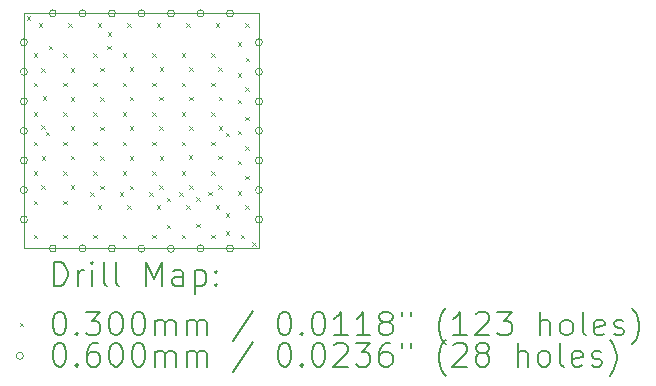
<source format=gbr>
%TF.GenerationSoftware,KiCad,Pcbnew,9.0.0*%
%TF.CreationDate,2025-03-15T13:03:48+01:00*%
%TF.ProjectId,snowpixel,736e6f77-7069-4786-956c-2e6b69636164,rev?*%
%TF.SameCoordinates,Original*%
%TF.FileFunction,Drillmap*%
%TF.FilePolarity,Positive*%
%FSLAX45Y45*%
G04 Gerber Fmt 4.5, Leading zero omitted, Abs format (unit mm)*
G04 Created by KiCad (PCBNEW 9.0.0) date 2025-03-15 13:03:48*
%MOMM*%
%LPD*%
G01*
G04 APERTURE LIST*
%ADD10C,0.100000*%
%ADD11C,0.200000*%
G04 APERTURE END LIST*
D10*
X10840000Y-5025000D02*
X12830000Y-5025000D01*
X12830000Y-7015000D01*
X10840000Y-7015000D01*
X10840000Y-5025000D01*
D11*
D10*
X10865000Y-5050000D02*
X10895000Y-5080000D01*
X10895000Y-5050000D02*
X10865000Y-5080000D01*
X10925000Y-5360000D02*
X10955000Y-5390000D01*
X10955000Y-5360000D02*
X10925000Y-5390000D01*
X10925000Y-6610000D02*
X10955000Y-6640000D01*
X10955000Y-6610000D02*
X10925000Y-6640000D01*
X10925000Y-6900000D02*
X10955000Y-6930000D01*
X10955000Y-6900000D02*
X10925000Y-6930000D01*
X10925000Y-5610000D02*
X10955000Y-5640000D01*
X10955000Y-5610000D02*
X10925000Y-5640000D01*
X10925000Y-5860000D02*
X10955000Y-5890000D01*
X10955000Y-5860000D02*
X10925000Y-5890000D01*
X10925000Y-6110000D02*
X10955000Y-6140000D01*
X10955000Y-6110000D02*
X10925000Y-6140000D01*
X10925000Y-6360000D02*
X10955000Y-6390000D01*
X10955000Y-6360000D02*
X10925000Y-6390000D01*
X10965000Y-5110000D02*
X10995000Y-5140000D01*
X10995000Y-5110000D02*
X10965000Y-5140000D01*
X10987500Y-5491120D02*
X11017500Y-5521120D01*
X11017500Y-5491120D02*
X10987500Y-5521120D01*
X10987500Y-5972500D02*
X11017500Y-6002500D01*
X11017500Y-5972500D02*
X10987500Y-6002500D01*
X10988240Y-6479180D02*
X11018240Y-6509180D01*
X11018240Y-6479180D02*
X10988240Y-6509180D01*
X10990000Y-6232800D02*
X11020000Y-6262800D01*
X11020000Y-6232800D02*
X10990000Y-6262800D01*
X11000000Y-5725000D02*
X11030000Y-5755000D01*
X11030000Y-5725000D02*
X11000000Y-5755000D01*
X11023499Y-6027347D02*
X11053499Y-6057347D01*
X11053499Y-6027347D02*
X11023499Y-6057347D01*
X11050000Y-5300000D02*
X11080000Y-5330000D01*
X11080000Y-5300000D02*
X11050000Y-5330000D01*
X11175000Y-5360000D02*
X11205000Y-5390000D01*
X11205000Y-5360000D02*
X11175000Y-5390000D01*
X11175000Y-5610000D02*
X11205000Y-5640000D01*
X11205000Y-5610000D02*
X11175000Y-5640000D01*
X11175000Y-6900000D02*
X11205000Y-6930000D01*
X11205000Y-6900000D02*
X11175000Y-6930000D01*
X11175000Y-5860000D02*
X11205000Y-5890000D01*
X11205000Y-5860000D02*
X11175000Y-5890000D01*
X11175000Y-6110000D02*
X11205000Y-6140000D01*
X11205000Y-6110000D02*
X11175000Y-6140000D01*
X11175000Y-6360000D02*
X11205000Y-6390000D01*
X11205000Y-6360000D02*
X11175000Y-6390000D01*
X11175000Y-6610000D02*
X11205000Y-6640000D01*
X11205000Y-6610000D02*
X11175000Y-6640000D01*
X11215000Y-5110000D02*
X11245000Y-5140000D01*
X11245000Y-5110000D02*
X11215000Y-5140000D01*
X11237160Y-5488580D02*
X11267160Y-5518580D01*
X11267160Y-5488580D02*
X11237160Y-5518580D01*
X11237160Y-5734960D02*
X11267160Y-5764960D01*
X11267160Y-5734960D02*
X11237160Y-5764960D01*
X11237160Y-5981340D02*
X11267160Y-6011340D01*
X11267160Y-5981340D02*
X11237160Y-6011340D01*
X11237160Y-6230260D02*
X11267160Y-6260260D01*
X11267160Y-6230260D02*
X11237160Y-6260260D01*
X11237160Y-6481720D02*
X11267160Y-6511720D01*
X11267160Y-6481720D02*
X11237160Y-6511720D01*
X11400000Y-6537061D02*
X11430000Y-6567061D01*
X11430000Y-6537061D02*
X11400000Y-6567061D01*
X11425000Y-5360000D02*
X11455000Y-5390000D01*
X11455000Y-5360000D02*
X11425000Y-5390000D01*
X11425000Y-5860000D02*
X11455000Y-5890000D01*
X11455000Y-5860000D02*
X11425000Y-5890000D01*
X11425000Y-6900000D02*
X11455000Y-6930000D01*
X11455000Y-6900000D02*
X11425000Y-6930000D01*
X11425000Y-5610000D02*
X11455000Y-5640000D01*
X11455000Y-5610000D02*
X11425000Y-5640000D01*
X11425000Y-6110000D02*
X11455000Y-6140000D01*
X11455000Y-6110000D02*
X11425000Y-6140000D01*
X11425000Y-6360000D02*
X11455000Y-6390000D01*
X11455000Y-6360000D02*
X11425000Y-6390000D01*
X11465000Y-5110000D02*
X11495000Y-5140000D01*
X11495000Y-5110000D02*
X11465000Y-5140000D01*
X11465000Y-6650000D02*
X11495000Y-6680000D01*
X11495000Y-6650000D02*
X11465000Y-6680000D01*
X11488620Y-5483500D02*
X11518620Y-5513500D01*
X11518620Y-5483500D02*
X11488620Y-5513500D01*
X11488620Y-5732420D02*
X11518620Y-5762420D01*
X11518620Y-5732420D02*
X11488620Y-5762420D01*
X11488620Y-5983880D02*
X11518620Y-6013880D01*
X11518620Y-5983880D02*
X11488620Y-6013880D01*
X11488620Y-6232800D02*
X11518620Y-6262800D01*
X11518620Y-6232800D02*
X11488620Y-6262800D01*
X11488620Y-6484260D02*
X11518620Y-6514260D01*
X11518620Y-6484260D02*
X11488620Y-6514260D01*
X11545969Y-5297500D02*
X11575969Y-5327500D01*
X11575969Y-5297500D02*
X11545969Y-5327500D01*
X11550000Y-5182500D02*
X11580000Y-5212500D01*
X11580000Y-5182500D02*
X11550000Y-5212500D01*
X11650000Y-6538141D02*
X11680000Y-6568141D01*
X11680000Y-6538141D02*
X11650000Y-6568141D01*
X11675000Y-5610000D02*
X11705000Y-5640000D01*
X11705000Y-5610000D02*
X11675000Y-5640000D01*
X11675000Y-6360000D02*
X11705000Y-6390000D01*
X11705000Y-6360000D02*
X11675000Y-6390000D01*
X11675000Y-5360000D02*
X11705000Y-5390000D01*
X11705000Y-5360000D02*
X11675000Y-5390000D01*
X11675000Y-5860000D02*
X11705000Y-5890000D01*
X11705000Y-5860000D02*
X11675000Y-5890000D01*
X11675000Y-6110000D02*
X11705000Y-6140000D01*
X11705000Y-6110000D02*
X11675000Y-6140000D01*
X11675000Y-6900000D02*
X11705000Y-6930000D01*
X11705000Y-6900000D02*
X11675000Y-6930000D01*
X11715000Y-5110000D02*
X11745000Y-5140000D01*
X11745000Y-5110000D02*
X11715000Y-5140000D01*
X11715000Y-6650000D02*
X11745000Y-6680000D01*
X11745000Y-6650000D02*
X11715000Y-6680000D01*
X11737540Y-5480960D02*
X11767540Y-5510960D01*
X11767540Y-5480960D02*
X11737540Y-5510960D01*
X11737540Y-5729880D02*
X11767540Y-5759880D01*
X11767540Y-5729880D02*
X11737540Y-5759880D01*
X11737540Y-5978800D02*
X11767540Y-6008800D01*
X11767540Y-5978800D02*
X11737540Y-6008800D01*
X11737540Y-6232800D02*
X11767540Y-6262800D01*
X11767540Y-6232800D02*
X11737540Y-6262800D01*
X11737540Y-6484260D02*
X11767540Y-6514260D01*
X11767540Y-6484260D02*
X11737540Y-6514260D01*
X11900000Y-6536681D02*
X11930000Y-6566681D01*
X11930000Y-6536681D02*
X11900000Y-6566681D01*
X11925000Y-5360000D02*
X11955000Y-5390000D01*
X11955000Y-5360000D02*
X11925000Y-5390000D01*
X11925000Y-5610000D02*
X11955000Y-5640000D01*
X11955000Y-5610000D02*
X11925000Y-5640000D01*
X11925000Y-6900000D02*
X11955000Y-6930000D01*
X11955000Y-6900000D02*
X11925000Y-6930000D01*
X11925000Y-5860000D02*
X11955000Y-5890000D01*
X11955000Y-5860000D02*
X11925000Y-5890000D01*
X11925000Y-6110000D02*
X11955000Y-6140000D01*
X11955000Y-6110000D02*
X11925000Y-6140000D01*
X11925000Y-6360000D02*
X11955000Y-6390000D01*
X11955000Y-6360000D02*
X11925000Y-6390000D01*
X11965000Y-5110000D02*
X11995000Y-5140000D01*
X11995000Y-5110000D02*
X11965000Y-5140000D01*
X11965000Y-6650000D02*
X11995000Y-6680000D01*
X11995000Y-6650000D02*
X11965000Y-6680000D01*
X11986460Y-5729880D02*
X12016460Y-5759880D01*
X12016460Y-5729880D02*
X11986460Y-5759880D01*
X11986460Y-5978800D02*
X12016460Y-6008800D01*
X12016460Y-5978800D02*
X11986460Y-6008800D01*
X11986460Y-6481720D02*
X12016460Y-6511720D01*
X12016460Y-6481720D02*
X11986460Y-6511720D01*
X11989000Y-5480960D02*
X12019000Y-5510960D01*
X12019000Y-5480960D02*
X11989000Y-5510960D01*
X11989000Y-6232800D02*
X12019000Y-6262800D01*
X12019000Y-6232800D02*
X11989000Y-6262800D01*
X12050000Y-6585000D02*
X12080000Y-6615000D01*
X12080000Y-6585000D02*
X12050000Y-6615000D01*
X12050000Y-6814000D02*
X12080000Y-6844000D01*
X12080000Y-6814000D02*
X12050000Y-6844000D01*
X12154509Y-6539731D02*
X12184509Y-6569731D01*
X12184509Y-6539731D02*
X12154509Y-6569731D01*
X12175000Y-5360000D02*
X12205000Y-5390000D01*
X12205000Y-5360000D02*
X12175000Y-5390000D01*
X12175000Y-5860000D02*
X12205000Y-5890000D01*
X12205000Y-5860000D02*
X12175000Y-5890000D01*
X12175000Y-6110000D02*
X12205000Y-6140000D01*
X12205000Y-6110000D02*
X12175000Y-6140000D01*
X12175000Y-5610000D02*
X12205000Y-5640000D01*
X12205000Y-5610000D02*
X12175000Y-5640000D01*
X12175000Y-6360000D02*
X12205000Y-6390000D01*
X12205000Y-6360000D02*
X12175000Y-6390000D01*
X12175000Y-6900000D02*
X12205000Y-6930000D01*
X12205000Y-6900000D02*
X12175000Y-6930000D01*
X12215000Y-5110000D02*
X12245000Y-5140000D01*
X12245000Y-5110000D02*
X12215000Y-5140000D01*
X12215000Y-6650000D02*
X12245000Y-6680000D01*
X12245000Y-6650000D02*
X12215000Y-6680000D01*
X12235380Y-6227720D02*
X12265380Y-6257720D01*
X12265380Y-6227720D02*
X12235380Y-6257720D01*
X12237920Y-5480960D02*
X12267920Y-5510960D01*
X12267920Y-5480960D02*
X12237920Y-5510960D01*
X12237920Y-5729880D02*
X12267920Y-5759880D01*
X12267920Y-5729880D02*
X12237920Y-5759880D01*
X12237920Y-5978800D02*
X12267920Y-6008800D01*
X12267920Y-5978800D02*
X12237920Y-6008800D01*
X12237920Y-6481720D02*
X12267920Y-6511720D01*
X12267920Y-6481720D02*
X12237920Y-6511720D01*
X12300000Y-6579000D02*
X12330000Y-6609000D01*
X12330000Y-6579000D02*
X12300000Y-6609000D01*
X12300000Y-6807000D02*
X12330000Y-6837000D01*
X12330000Y-6807000D02*
X12300000Y-6837000D01*
X12400000Y-6536301D02*
X12430000Y-6566301D01*
X12430000Y-6536301D02*
X12400000Y-6566301D01*
X12425000Y-5360000D02*
X12455000Y-5390000D01*
X12455000Y-5360000D02*
X12425000Y-5390000D01*
X12425000Y-5610000D02*
X12455000Y-5640000D01*
X12455000Y-5610000D02*
X12425000Y-5640000D01*
X12425000Y-6900000D02*
X12455000Y-6930000D01*
X12455000Y-6900000D02*
X12425000Y-6930000D01*
X12425000Y-5860000D02*
X12455000Y-5890000D01*
X12455000Y-5860000D02*
X12425000Y-5890000D01*
X12425000Y-6110000D02*
X12455000Y-6140000D01*
X12455000Y-6110000D02*
X12425000Y-6140000D01*
X12425000Y-6360000D02*
X12455000Y-6390000D01*
X12455000Y-6360000D02*
X12425000Y-6390000D01*
X12465000Y-5110000D02*
X12495000Y-5140000D01*
X12495000Y-5110000D02*
X12465000Y-5140000D01*
X12465000Y-6650000D02*
X12495000Y-6680000D01*
X12495000Y-6650000D02*
X12465000Y-6680000D01*
X12486840Y-5480960D02*
X12516840Y-5510960D01*
X12516840Y-5480960D02*
X12486840Y-5510960D01*
X12486840Y-6230260D02*
X12516840Y-6260260D01*
X12516840Y-6230260D02*
X12486840Y-6260260D01*
X12486840Y-6481720D02*
X12516840Y-6511720D01*
X12516840Y-6481720D02*
X12486840Y-6511720D01*
X12489380Y-5729880D02*
X12519380Y-5759880D01*
X12519380Y-5729880D02*
X12489380Y-5759880D01*
X12489380Y-5981340D02*
X12519380Y-6011340D01*
X12519380Y-5981340D02*
X12489380Y-6011340D01*
X12550000Y-6035000D02*
X12580000Y-6065000D01*
X12580000Y-6035000D02*
X12550000Y-6065000D01*
X12550000Y-6717940D02*
X12580000Y-6747940D01*
X12580000Y-6717940D02*
X12550000Y-6747940D01*
X12550000Y-6866920D02*
X12580000Y-6896920D01*
X12580000Y-6866920D02*
X12550000Y-6896920D01*
X12650000Y-5270000D02*
X12680000Y-5300000D01*
X12680000Y-5270000D02*
X12650000Y-5300000D01*
X12650000Y-5530000D02*
X12680000Y-5560000D01*
X12680000Y-5530000D02*
X12650000Y-5560000D01*
X12650000Y-5755000D02*
X12680000Y-5785000D01*
X12680000Y-5755000D02*
X12650000Y-5785000D01*
X12650000Y-6017500D02*
X12680000Y-6047500D01*
X12680000Y-6017500D02*
X12650000Y-6047500D01*
X12650000Y-6529980D02*
X12680000Y-6559980D01*
X12680000Y-6529980D02*
X12650000Y-6559980D01*
X12651940Y-6273440D02*
X12681940Y-6303440D01*
X12681940Y-6273440D02*
X12651940Y-6303440D01*
X12675000Y-6900000D02*
X12705000Y-6930000D01*
X12705000Y-6900000D02*
X12675000Y-6930000D01*
X12715000Y-5110000D02*
X12745000Y-5140000D01*
X12745000Y-5110000D02*
X12715000Y-5140000D01*
X12715000Y-5650000D02*
X12745000Y-5680000D01*
X12745000Y-5650000D02*
X12715000Y-5680000D01*
X12715000Y-5900000D02*
X12745000Y-5930000D01*
X12745000Y-5900000D02*
X12715000Y-5930000D01*
X12715000Y-6150000D02*
X12745000Y-6180000D01*
X12745000Y-6150000D02*
X12715000Y-6180000D01*
X12715000Y-6400000D02*
X12745000Y-6430000D01*
X12745000Y-6400000D02*
X12715000Y-6430000D01*
X12715000Y-6650000D02*
X12745000Y-6680000D01*
X12745000Y-6650000D02*
X12715000Y-6680000D01*
X12718460Y-5400000D02*
X12748460Y-5430000D01*
X12748460Y-5400000D02*
X12718460Y-5430000D01*
X12775000Y-6960000D02*
X12805000Y-6990000D01*
X12805000Y-6960000D02*
X12775000Y-6990000D01*
X10869500Y-6020000D02*
G75*
G02*
X10809500Y-6020000I-30000J0D01*
G01*
X10809500Y-6020000D02*
G75*
G02*
X10869500Y-6020000I30000J0D01*
G01*
X10870000Y-5270000D02*
G75*
G02*
X10810000Y-5270000I-30000J0D01*
G01*
X10810000Y-5270000D02*
G75*
G02*
X10870000Y-5270000I30000J0D01*
G01*
X10870000Y-5520000D02*
G75*
G02*
X10810000Y-5520000I-30000J0D01*
G01*
X10810000Y-5520000D02*
G75*
G02*
X10870000Y-5520000I30000J0D01*
G01*
X10870000Y-5770000D02*
G75*
G02*
X10810000Y-5770000I-30000J0D01*
G01*
X10810000Y-5770000D02*
G75*
G02*
X10870000Y-5770000I30000J0D01*
G01*
X10870000Y-6270000D02*
G75*
G02*
X10810000Y-6270000I-30000J0D01*
G01*
X10810000Y-6270000D02*
G75*
G02*
X10870000Y-6270000I30000J0D01*
G01*
X10870000Y-6520000D02*
G75*
G02*
X10810000Y-6520000I-30000J0D01*
G01*
X10810000Y-6520000D02*
G75*
G02*
X10870000Y-6520000I30000J0D01*
G01*
X10870000Y-6770000D02*
G75*
G02*
X10810000Y-6770000I-30000J0D01*
G01*
X10810000Y-6770000D02*
G75*
G02*
X10870000Y-6770000I30000J0D01*
G01*
X11115000Y-5025000D02*
G75*
G02*
X11055000Y-5025000I-30000J0D01*
G01*
X11055000Y-5025000D02*
G75*
G02*
X11115000Y-5025000I30000J0D01*
G01*
X11115000Y-7015000D02*
G75*
G02*
X11055000Y-7015000I-30000J0D01*
G01*
X11055000Y-7015000D02*
G75*
G02*
X11115000Y-7015000I30000J0D01*
G01*
X11365000Y-5025000D02*
G75*
G02*
X11305000Y-5025000I-30000J0D01*
G01*
X11305000Y-5025000D02*
G75*
G02*
X11365000Y-5025000I30000J0D01*
G01*
X11365000Y-7015000D02*
G75*
G02*
X11305000Y-7015000I-30000J0D01*
G01*
X11305000Y-7015000D02*
G75*
G02*
X11365000Y-7015000I30000J0D01*
G01*
X11615000Y-5025000D02*
G75*
G02*
X11555000Y-5025000I-30000J0D01*
G01*
X11555000Y-5025000D02*
G75*
G02*
X11615000Y-5025000I30000J0D01*
G01*
X11615000Y-7015000D02*
G75*
G02*
X11555000Y-7015000I-30000J0D01*
G01*
X11555000Y-7015000D02*
G75*
G02*
X11615000Y-7015000I30000J0D01*
G01*
X11865000Y-5025000D02*
G75*
G02*
X11805000Y-5025000I-30000J0D01*
G01*
X11805000Y-5025000D02*
G75*
G02*
X11865000Y-5025000I30000J0D01*
G01*
X11865000Y-7017500D02*
G75*
G02*
X11805000Y-7017500I-30000J0D01*
G01*
X11805000Y-7017500D02*
G75*
G02*
X11865000Y-7017500I30000J0D01*
G01*
X12115000Y-5025000D02*
G75*
G02*
X12055000Y-5025000I-30000J0D01*
G01*
X12055000Y-5025000D02*
G75*
G02*
X12115000Y-5025000I30000J0D01*
G01*
X12115000Y-7017977D02*
G75*
G02*
X12055000Y-7017977I-30000J0D01*
G01*
X12055000Y-7017977D02*
G75*
G02*
X12115000Y-7017977I30000J0D01*
G01*
X12365000Y-5025000D02*
G75*
G02*
X12305000Y-5025000I-30000J0D01*
G01*
X12305000Y-5025000D02*
G75*
G02*
X12365000Y-5025000I30000J0D01*
G01*
X12365000Y-7015000D02*
G75*
G02*
X12305000Y-7015000I-30000J0D01*
G01*
X12305000Y-7015000D02*
G75*
G02*
X12365000Y-7015000I30000J0D01*
G01*
X12615000Y-5025000D02*
G75*
G02*
X12555000Y-5025000I-30000J0D01*
G01*
X12555000Y-5025000D02*
G75*
G02*
X12615000Y-5025000I30000J0D01*
G01*
X12615000Y-7015000D02*
G75*
G02*
X12555000Y-7015000I-30000J0D01*
G01*
X12555000Y-7015000D02*
G75*
G02*
X12615000Y-7015000I30000J0D01*
G01*
X12860000Y-5270000D02*
G75*
G02*
X12800000Y-5270000I-30000J0D01*
G01*
X12800000Y-5270000D02*
G75*
G02*
X12860000Y-5270000I30000J0D01*
G01*
X12860000Y-5520000D02*
G75*
G02*
X12800000Y-5520000I-30000J0D01*
G01*
X12800000Y-5520000D02*
G75*
G02*
X12860000Y-5520000I30000J0D01*
G01*
X12860000Y-5770000D02*
G75*
G02*
X12800000Y-5770000I-30000J0D01*
G01*
X12800000Y-5770000D02*
G75*
G02*
X12860000Y-5770000I30000J0D01*
G01*
X12860000Y-6020000D02*
G75*
G02*
X12800000Y-6020000I-30000J0D01*
G01*
X12800000Y-6020000D02*
G75*
G02*
X12860000Y-6020000I30000J0D01*
G01*
X12860000Y-6270000D02*
G75*
G02*
X12800000Y-6270000I-30000J0D01*
G01*
X12800000Y-6270000D02*
G75*
G02*
X12860000Y-6270000I30000J0D01*
G01*
X12860000Y-6520000D02*
G75*
G02*
X12800000Y-6520000I-30000J0D01*
G01*
X12800000Y-6520000D02*
G75*
G02*
X12860000Y-6520000I30000J0D01*
G01*
X12860000Y-6770000D02*
G75*
G02*
X12800000Y-6770000I-30000J0D01*
G01*
X12800000Y-6770000D02*
G75*
G02*
X12860000Y-6770000I30000J0D01*
G01*
D11*
X11095777Y-7331484D02*
X11095777Y-7131484D01*
X11095777Y-7131484D02*
X11143396Y-7131484D01*
X11143396Y-7131484D02*
X11171967Y-7141008D01*
X11171967Y-7141008D02*
X11191015Y-7160055D01*
X11191015Y-7160055D02*
X11200539Y-7179103D01*
X11200539Y-7179103D02*
X11210062Y-7217198D01*
X11210062Y-7217198D02*
X11210062Y-7245769D01*
X11210062Y-7245769D02*
X11200539Y-7283865D01*
X11200539Y-7283865D02*
X11191015Y-7302912D01*
X11191015Y-7302912D02*
X11171967Y-7321960D01*
X11171967Y-7321960D02*
X11143396Y-7331484D01*
X11143396Y-7331484D02*
X11095777Y-7331484D01*
X11295777Y-7331484D02*
X11295777Y-7198150D01*
X11295777Y-7236246D02*
X11305301Y-7217198D01*
X11305301Y-7217198D02*
X11314824Y-7207674D01*
X11314824Y-7207674D02*
X11333872Y-7198150D01*
X11333872Y-7198150D02*
X11352920Y-7198150D01*
X11419586Y-7331484D02*
X11419586Y-7198150D01*
X11419586Y-7131484D02*
X11410062Y-7141008D01*
X11410062Y-7141008D02*
X11419586Y-7150531D01*
X11419586Y-7150531D02*
X11429110Y-7141008D01*
X11429110Y-7141008D02*
X11419586Y-7131484D01*
X11419586Y-7131484D02*
X11419586Y-7150531D01*
X11543396Y-7331484D02*
X11524348Y-7321960D01*
X11524348Y-7321960D02*
X11514824Y-7302912D01*
X11514824Y-7302912D02*
X11514824Y-7131484D01*
X11648158Y-7331484D02*
X11629110Y-7321960D01*
X11629110Y-7321960D02*
X11619586Y-7302912D01*
X11619586Y-7302912D02*
X11619586Y-7131484D01*
X11876729Y-7331484D02*
X11876729Y-7131484D01*
X11876729Y-7131484D02*
X11943396Y-7274341D01*
X11943396Y-7274341D02*
X12010062Y-7131484D01*
X12010062Y-7131484D02*
X12010062Y-7331484D01*
X12191015Y-7331484D02*
X12191015Y-7226722D01*
X12191015Y-7226722D02*
X12181491Y-7207674D01*
X12181491Y-7207674D02*
X12162443Y-7198150D01*
X12162443Y-7198150D02*
X12124348Y-7198150D01*
X12124348Y-7198150D02*
X12105301Y-7207674D01*
X12191015Y-7321960D02*
X12171967Y-7331484D01*
X12171967Y-7331484D02*
X12124348Y-7331484D01*
X12124348Y-7331484D02*
X12105301Y-7321960D01*
X12105301Y-7321960D02*
X12095777Y-7302912D01*
X12095777Y-7302912D02*
X12095777Y-7283865D01*
X12095777Y-7283865D02*
X12105301Y-7264817D01*
X12105301Y-7264817D02*
X12124348Y-7255293D01*
X12124348Y-7255293D02*
X12171967Y-7255293D01*
X12171967Y-7255293D02*
X12191015Y-7245769D01*
X12286253Y-7198150D02*
X12286253Y-7398150D01*
X12286253Y-7207674D02*
X12305301Y-7198150D01*
X12305301Y-7198150D02*
X12343396Y-7198150D01*
X12343396Y-7198150D02*
X12362443Y-7207674D01*
X12362443Y-7207674D02*
X12371967Y-7217198D01*
X12371967Y-7217198D02*
X12381491Y-7236246D01*
X12381491Y-7236246D02*
X12381491Y-7293388D01*
X12381491Y-7293388D02*
X12371967Y-7312436D01*
X12371967Y-7312436D02*
X12362443Y-7321960D01*
X12362443Y-7321960D02*
X12343396Y-7331484D01*
X12343396Y-7331484D02*
X12305301Y-7331484D01*
X12305301Y-7331484D02*
X12286253Y-7321960D01*
X12467205Y-7312436D02*
X12476729Y-7321960D01*
X12476729Y-7321960D02*
X12467205Y-7331484D01*
X12467205Y-7331484D02*
X12457682Y-7321960D01*
X12457682Y-7321960D02*
X12467205Y-7312436D01*
X12467205Y-7312436D02*
X12467205Y-7331484D01*
X12467205Y-7207674D02*
X12476729Y-7217198D01*
X12476729Y-7217198D02*
X12467205Y-7226722D01*
X12467205Y-7226722D02*
X12457682Y-7217198D01*
X12457682Y-7217198D02*
X12467205Y-7207674D01*
X12467205Y-7207674D02*
X12467205Y-7226722D01*
D10*
X10805000Y-7645000D02*
X10835000Y-7675000D01*
X10835000Y-7645000D02*
X10805000Y-7675000D01*
D11*
X11133872Y-7551484D02*
X11152920Y-7551484D01*
X11152920Y-7551484D02*
X11171967Y-7561008D01*
X11171967Y-7561008D02*
X11181491Y-7570531D01*
X11181491Y-7570531D02*
X11191015Y-7589579D01*
X11191015Y-7589579D02*
X11200539Y-7627674D01*
X11200539Y-7627674D02*
X11200539Y-7675293D01*
X11200539Y-7675293D02*
X11191015Y-7713388D01*
X11191015Y-7713388D02*
X11181491Y-7732436D01*
X11181491Y-7732436D02*
X11171967Y-7741960D01*
X11171967Y-7741960D02*
X11152920Y-7751484D01*
X11152920Y-7751484D02*
X11133872Y-7751484D01*
X11133872Y-7751484D02*
X11114824Y-7741960D01*
X11114824Y-7741960D02*
X11105301Y-7732436D01*
X11105301Y-7732436D02*
X11095777Y-7713388D01*
X11095777Y-7713388D02*
X11086253Y-7675293D01*
X11086253Y-7675293D02*
X11086253Y-7627674D01*
X11086253Y-7627674D02*
X11095777Y-7589579D01*
X11095777Y-7589579D02*
X11105301Y-7570531D01*
X11105301Y-7570531D02*
X11114824Y-7561008D01*
X11114824Y-7561008D02*
X11133872Y-7551484D01*
X11286253Y-7732436D02*
X11295777Y-7741960D01*
X11295777Y-7741960D02*
X11286253Y-7751484D01*
X11286253Y-7751484D02*
X11276729Y-7741960D01*
X11276729Y-7741960D02*
X11286253Y-7732436D01*
X11286253Y-7732436D02*
X11286253Y-7751484D01*
X11362443Y-7551484D02*
X11486253Y-7551484D01*
X11486253Y-7551484D02*
X11419586Y-7627674D01*
X11419586Y-7627674D02*
X11448158Y-7627674D01*
X11448158Y-7627674D02*
X11467205Y-7637198D01*
X11467205Y-7637198D02*
X11476729Y-7646722D01*
X11476729Y-7646722D02*
X11486253Y-7665769D01*
X11486253Y-7665769D02*
X11486253Y-7713388D01*
X11486253Y-7713388D02*
X11476729Y-7732436D01*
X11476729Y-7732436D02*
X11467205Y-7741960D01*
X11467205Y-7741960D02*
X11448158Y-7751484D01*
X11448158Y-7751484D02*
X11391015Y-7751484D01*
X11391015Y-7751484D02*
X11371967Y-7741960D01*
X11371967Y-7741960D02*
X11362443Y-7732436D01*
X11610062Y-7551484D02*
X11629110Y-7551484D01*
X11629110Y-7551484D02*
X11648158Y-7561008D01*
X11648158Y-7561008D02*
X11657682Y-7570531D01*
X11657682Y-7570531D02*
X11667205Y-7589579D01*
X11667205Y-7589579D02*
X11676729Y-7627674D01*
X11676729Y-7627674D02*
X11676729Y-7675293D01*
X11676729Y-7675293D02*
X11667205Y-7713388D01*
X11667205Y-7713388D02*
X11657682Y-7732436D01*
X11657682Y-7732436D02*
X11648158Y-7741960D01*
X11648158Y-7741960D02*
X11629110Y-7751484D01*
X11629110Y-7751484D02*
X11610062Y-7751484D01*
X11610062Y-7751484D02*
X11591015Y-7741960D01*
X11591015Y-7741960D02*
X11581491Y-7732436D01*
X11581491Y-7732436D02*
X11571967Y-7713388D01*
X11571967Y-7713388D02*
X11562443Y-7675293D01*
X11562443Y-7675293D02*
X11562443Y-7627674D01*
X11562443Y-7627674D02*
X11571967Y-7589579D01*
X11571967Y-7589579D02*
X11581491Y-7570531D01*
X11581491Y-7570531D02*
X11591015Y-7561008D01*
X11591015Y-7561008D02*
X11610062Y-7551484D01*
X11800539Y-7551484D02*
X11819586Y-7551484D01*
X11819586Y-7551484D02*
X11838634Y-7561008D01*
X11838634Y-7561008D02*
X11848158Y-7570531D01*
X11848158Y-7570531D02*
X11857682Y-7589579D01*
X11857682Y-7589579D02*
X11867205Y-7627674D01*
X11867205Y-7627674D02*
X11867205Y-7675293D01*
X11867205Y-7675293D02*
X11857682Y-7713388D01*
X11857682Y-7713388D02*
X11848158Y-7732436D01*
X11848158Y-7732436D02*
X11838634Y-7741960D01*
X11838634Y-7741960D02*
X11819586Y-7751484D01*
X11819586Y-7751484D02*
X11800539Y-7751484D01*
X11800539Y-7751484D02*
X11781491Y-7741960D01*
X11781491Y-7741960D02*
X11771967Y-7732436D01*
X11771967Y-7732436D02*
X11762443Y-7713388D01*
X11762443Y-7713388D02*
X11752920Y-7675293D01*
X11752920Y-7675293D02*
X11752920Y-7627674D01*
X11752920Y-7627674D02*
X11762443Y-7589579D01*
X11762443Y-7589579D02*
X11771967Y-7570531D01*
X11771967Y-7570531D02*
X11781491Y-7561008D01*
X11781491Y-7561008D02*
X11800539Y-7551484D01*
X11952920Y-7751484D02*
X11952920Y-7618150D01*
X11952920Y-7637198D02*
X11962443Y-7627674D01*
X11962443Y-7627674D02*
X11981491Y-7618150D01*
X11981491Y-7618150D02*
X12010063Y-7618150D01*
X12010063Y-7618150D02*
X12029110Y-7627674D01*
X12029110Y-7627674D02*
X12038634Y-7646722D01*
X12038634Y-7646722D02*
X12038634Y-7751484D01*
X12038634Y-7646722D02*
X12048158Y-7627674D01*
X12048158Y-7627674D02*
X12067205Y-7618150D01*
X12067205Y-7618150D02*
X12095777Y-7618150D01*
X12095777Y-7618150D02*
X12114824Y-7627674D01*
X12114824Y-7627674D02*
X12124348Y-7646722D01*
X12124348Y-7646722D02*
X12124348Y-7751484D01*
X12219586Y-7751484D02*
X12219586Y-7618150D01*
X12219586Y-7637198D02*
X12229110Y-7627674D01*
X12229110Y-7627674D02*
X12248158Y-7618150D01*
X12248158Y-7618150D02*
X12276729Y-7618150D01*
X12276729Y-7618150D02*
X12295777Y-7627674D01*
X12295777Y-7627674D02*
X12305301Y-7646722D01*
X12305301Y-7646722D02*
X12305301Y-7751484D01*
X12305301Y-7646722D02*
X12314824Y-7627674D01*
X12314824Y-7627674D02*
X12333872Y-7618150D01*
X12333872Y-7618150D02*
X12362443Y-7618150D01*
X12362443Y-7618150D02*
X12381491Y-7627674D01*
X12381491Y-7627674D02*
X12391015Y-7646722D01*
X12391015Y-7646722D02*
X12391015Y-7751484D01*
X12781491Y-7541960D02*
X12610063Y-7799103D01*
X13038634Y-7551484D02*
X13057682Y-7551484D01*
X13057682Y-7551484D02*
X13076729Y-7561008D01*
X13076729Y-7561008D02*
X13086253Y-7570531D01*
X13086253Y-7570531D02*
X13095777Y-7589579D01*
X13095777Y-7589579D02*
X13105301Y-7627674D01*
X13105301Y-7627674D02*
X13105301Y-7675293D01*
X13105301Y-7675293D02*
X13095777Y-7713388D01*
X13095777Y-7713388D02*
X13086253Y-7732436D01*
X13086253Y-7732436D02*
X13076729Y-7741960D01*
X13076729Y-7741960D02*
X13057682Y-7751484D01*
X13057682Y-7751484D02*
X13038634Y-7751484D01*
X13038634Y-7751484D02*
X13019586Y-7741960D01*
X13019586Y-7741960D02*
X13010063Y-7732436D01*
X13010063Y-7732436D02*
X13000539Y-7713388D01*
X13000539Y-7713388D02*
X12991015Y-7675293D01*
X12991015Y-7675293D02*
X12991015Y-7627674D01*
X12991015Y-7627674D02*
X13000539Y-7589579D01*
X13000539Y-7589579D02*
X13010063Y-7570531D01*
X13010063Y-7570531D02*
X13019586Y-7561008D01*
X13019586Y-7561008D02*
X13038634Y-7551484D01*
X13191015Y-7732436D02*
X13200539Y-7741960D01*
X13200539Y-7741960D02*
X13191015Y-7751484D01*
X13191015Y-7751484D02*
X13181491Y-7741960D01*
X13181491Y-7741960D02*
X13191015Y-7732436D01*
X13191015Y-7732436D02*
X13191015Y-7751484D01*
X13324348Y-7551484D02*
X13343396Y-7551484D01*
X13343396Y-7551484D02*
X13362444Y-7561008D01*
X13362444Y-7561008D02*
X13371967Y-7570531D01*
X13371967Y-7570531D02*
X13381491Y-7589579D01*
X13381491Y-7589579D02*
X13391015Y-7627674D01*
X13391015Y-7627674D02*
X13391015Y-7675293D01*
X13391015Y-7675293D02*
X13381491Y-7713388D01*
X13381491Y-7713388D02*
X13371967Y-7732436D01*
X13371967Y-7732436D02*
X13362444Y-7741960D01*
X13362444Y-7741960D02*
X13343396Y-7751484D01*
X13343396Y-7751484D02*
X13324348Y-7751484D01*
X13324348Y-7751484D02*
X13305301Y-7741960D01*
X13305301Y-7741960D02*
X13295777Y-7732436D01*
X13295777Y-7732436D02*
X13286253Y-7713388D01*
X13286253Y-7713388D02*
X13276729Y-7675293D01*
X13276729Y-7675293D02*
X13276729Y-7627674D01*
X13276729Y-7627674D02*
X13286253Y-7589579D01*
X13286253Y-7589579D02*
X13295777Y-7570531D01*
X13295777Y-7570531D02*
X13305301Y-7561008D01*
X13305301Y-7561008D02*
X13324348Y-7551484D01*
X13581491Y-7751484D02*
X13467206Y-7751484D01*
X13524348Y-7751484D02*
X13524348Y-7551484D01*
X13524348Y-7551484D02*
X13505301Y-7580055D01*
X13505301Y-7580055D02*
X13486253Y-7599103D01*
X13486253Y-7599103D02*
X13467206Y-7608627D01*
X13771967Y-7751484D02*
X13657682Y-7751484D01*
X13714825Y-7751484D02*
X13714825Y-7551484D01*
X13714825Y-7551484D02*
X13695777Y-7580055D01*
X13695777Y-7580055D02*
X13676729Y-7599103D01*
X13676729Y-7599103D02*
X13657682Y-7608627D01*
X13886253Y-7637198D02*
X13867206Y-7627674D01*
X13867206Y-7627674D02*
X13857682Y-7618150D01*
X13857682Y-7618150D02*
X13848158Y-7599103D01*
X13848158Y-7599103D02*
X13848158Y-7589579D01*
X13848158Y-7589579D02*
X13857682Y-7570531D01*
X13857682Y-7570531D02*
X13867206Y-7561008D01*
X13867206Y-7561008D02*
X13886253Y-7551484D01*
X13886253Y-7551484D02*
X13924348Y-7551484D01*
X13924348Y-7551484D02*
X13943396Y-7561008D01*
X13943396Y-7561008D02*
X13952920Y-7570531D01*
X13952920Y-7570531D02*
X13962444Y-7589579D01*
X13962444Y-7589579D02*
X13962444Y-7599103D01*
X13962444Y-7599103D02*
X13952920Y-7618150D01*
X13952920Y-7618150D02*
X13943396Y-7627674D01*
X13943396Y-7627674D02*
X13924348Y-7637198D01*
X13924348Y-7637198D02*
X13886253Y-7637198D01*
X13886253Y-7637198D02*
X13867206Y-7646722D01*
X13867206Y-7646722D02*
X13857682Y-7656246D01*
X13857682Y-7656246D02*
X13848158Y-7675293D01*
X13848158Y-7675293D02*
X13848158Y-7713388D01*
X13848158Y-7713388D02*
X13857682Y-7732436D01*
X13857682Y-7732436D02*
X13867206Y-7741960D01*
X13867206Y-7741960D02*
X13886253Y-7751484D01*
X13886253Y-7751484D02*
X13924348Y-7751484D01*
X13924348Y-7751484D02*
X13943396Y-7741960D01*
X13943396Y-7741960D02*
X13952920Y-7732436D01*
X13952920Y-7732436D02*
X13962444Y-7713388D01*
X13962444Y-7713388D02*
X13962444Y-7675293D01*
X13962444Y-7675293D02*
X13952920Y-7656246D01*
X13952920Y-7656246D02*
X13943396Y-7646722D01*
X13943396Y-7646722D02*
X13924348Y-7637198D01*
X14038634Y-7551484D02*
X14038634Y-7589579D01*
X14114825Y-7551484D02*
X14114825Y-7589579D01*
X14410063Y-7827674D02*
X14400539Y-7818150D01*
X14400539Y-7818150D02*
X14381491Y-7789579D01*
X14381491Y-7789579D02*
X14371968Y-7770531D01*
X14371968Y-7770531D02*
X14362444Y-7741960D01*
X14362444Y-7741960D02*
X14352920Y-7694341D01*
X14352920Y-7694341D02*
X14352920Y-7656246D01*
X14352920Y-7656246D02*
X14362444Y-7608627D01*
X14362444Y-7608627D02*
X14371968Y-7580055D01*
X14371968Y-7580055D02*
X14381491Y-7561008D01*
X14381491Y-7561008D02*
X14400539Y-7532436D01*
X14400539Y-7532436D02*
X14410063Y-7522912D01*
X14591015Y-7751484D02*
X14476729Y-7751484D01*
X14533872Y-7751484D02*
X14533872Y-7551484D01*
X14533872Y-7551484D02*
X14514825Y-7580055D01*
X14514825Y-7580055D02*
X14495777Y-7599103D01*
X14495777Y-7599103D02*
X14476729Y-7608627D01*
X14667206Y-7570531D02*
X14676729Y-7561008D01*
X14676729Y-7561008D02*
X14695777Y-7551484D01*
X14695777Y-7551484D02*
X14743396Y-7551484D01*
X14743396Y-7551484D02*
X14762444Y-7561008D01*
X14762444Y-7561008D02*
X14771968Y-7570531D01*
X14771968Y-7570531D02*
X14781491Y-7589579D01*
X14781491Y-7589579D02*
X14781491Y-7608627D01*
X14781491Y-7608627D02*
X14771968Y-7637198D01*
X14771968Y-7637198D02*
X14657682Y-7751484D01*
X14657682Y-7751484D02*
X14781491Y-7751484D01*
X14848158Y-7551484D02*
X14971968Y-7551484D01*
X14971968Y-7551484D02*
X14905301Y-7627674D01*
X14905301Y-7627674D02*
X14933872Y-7627674D01*
X14933872Y-7627674D02*
X14952920Y-7637198D01*
X14952920Y-7637198D02*
X14962444Y-7646722D01*
X14962444Y-7646722D02*
X14971968Y-7665769D01*
X14971968Y-7665769D02*
X14971968Y-7713388D01*
X14971968Y-7713388D02*
X14962444Y-7732436D01*
X14962444Y-7732436D02*
X14952920Y-7741960D01*
X14952920Y-7741960D02*
X14933872Y-7751484D01*
X14933872Y-7751484D02*
X14876729Y-7751484D01*
X14876729Y-7751484D02*
X14857682Y-7741960D01*
X14857682Y-7741960D02*
X14848158Y-7732436D01*
X15210063Y-7751484D02*
X15210063Y-7551484D01*
X15295777Y-7751484D02*
X15295777Y-7646722D01*
X15295777Y-7646722D02*
X15286253Y-7627674D01*
X15286253Y-7627674D02*
X15267206Y-7618150D01*
X15267206Y-7618150D02*
X15238634Y-7618150D01*
X15238634Y-7618150D02*
X15219587Y-7627674D01*
X15219587Y-7627674D02*
X15210063Y-7637198D01*
X15419587Y-7751484D02*
X15400539Y-7741960D01*
X15400539Y-7741960D02*
X15391015Y-7732436D01*
X15391015Y-7732436D02*
X15381491Y-7713388D01*
X15381491Y-7713388D02*
X15381491Y-7656246D01*
X15381491Y-7656246D02*
X15391015Y-7637198D01*
X15391015Y-7637198D02*
X15400539Y-7627674D01*
X15400539Y-7627674D02*
X15419587Y-7618150D01*
X15419587Y-7618150D02*
X15448158Y-7618150D01*
X15448158Y-7618150D02*
X15467206Y-7627674D01*
X15467206Y-7627674D02*
X15476730Y-7637198D01*
X15476730Y-7637198D02*
X15486253Y-7656246D01*
X15486253Y-7656246D02*
X15486253Y-7713388D01*
X15486253Y-7713388D02*
X15476730Y-7732436D01*
X15476730Y-7732436D02*
X15467206Y-7741960D01*
X15467206Y-7741960D02*
X15448158Y-7751484D01*
X15448158Y-7751484D02*
X15419587Y-7751484D01*
X15600539Y-7751484D02*
X15581491Y-7741960D01*
X15581491Y-7741960D02*
X15571968Y-7722912D01*
X15571968Y-7722912D02*
X15571968Y-7551484D01*
X15752920Y-7741960D02*
X15733872Y-7751484D01*
X15733872Y-7751484D02*
X15695777Y-7751484D01*
X15695777Y-7751484D02*
X15676730Y-7741960D01*
X15676730Y-7741960D02*
X15667206Y-7722912D01*
X15667206Y-7722912D02*
X15667206Y-7646722D01*
X15667206Y-7646722D02*
X15676730Y-7627674D01*
X15676730Y-7627674D02*
X15695777Y-7618150D01*
X15695777Y-7618150D02*
X15733872Y-7618150D01*
X15733872Y-7618150D02*
X15752920Y-7627674D01*
X15752920Y-7627674D02*
X15762444Y-7646722D01*
X15762444Y-7646722D02*
X15762444Y-7665769D01*
X15762444Y-7665769D02*
X15667206Y-7684817D01*
X15838634Y-7741960D02*
X15857682Y-7751484D01*
X15857682Y-7751484D02*
X15895777Y-7751484D01*
X15895777Y-7751484D02*
X15914825Y-7741960D01*
X15914825Y-7741960D02*
X15924349Y-7722912D01*
X15924349Y-7722912D02*
X15924349Y-7713388D01*
X15924349Y-7713388D02*
X15914825Y-7694341D01*
X15914825Y-7694341D02*
X15895777Y-7684817D01*
X15895777Y-7684817D02*
X15867206Y-7684817D01*
X15867206Y-7684817D02*
X15848158Y-7675293D01*
X15848158Y-7675293D02*
X15838634Y-7656246D01*
X15838634Y-7656246D02*
X15838634Y-7646722D01*
X15838634Y-7646722D02*
X15848158Y-7627674D01*
X15848158Y-7627674D02*
X15867206Y-7618150D01*
X15867206Y-7618150D02*
X15895777Y-7618150D01*
X15895777Y-7618150D02*
X15914825Y-7627674D01*
X15991015Y-7827674D02*
X16000539Y-7818150D01*
X16000539Y-7818150D02*
X16019587Y-7789579D01*
X16019587Y-7789579D02*
X16029111Y-7770531D01*
X16029111Y-7770531D02*
X16038634Y-7741960D01*
X16038634Y-7741960D02*
X16048158Y-7694341D01*
X16048158Y-7694341D02*
X16048158Y-7656246D01*
X16048158Y-7656246D02*
X16038634Y-7608627D01*
X16038634Y-7608627D02*
X16029111Y-7580055D01*
X16029111Y-7580055D02*
X16019587Y-7561008D01*
X16019587Y-7561008D02*
X16000539Y-7532436D01*
X16000539Y-7532436D02*
X15991015Y-7522912D01*
D10*
X10835000Y-7924000D02*
G75*
G02*
X10775000Y-7924000I-30000J0D01*
G01*
X10775000Y-7924000D02*
G75*
G02*
X10835000Y-7924000I30000J0D01*
G01*
D11*
X11133872Y-7815484D02*
X11152920Y-7815484D01*
X11152920Y-7815484D02*
X11171967Y-7825008D01*
X11171967Y-7825008D02*
X11181491Y-7834531D01*
X11181491Y-7834531D02*
X11191015Y-7853579D01*
X11191015Y-7853579D02*
X11200539Y-7891674D01*
X11200539Y-7891674D02*
X11200539Y-7939293D01*
X11200539Y-7939293D02*
X11191015Y-7977388D01*
X11191015Y-7977388D02*
X11181491Y-7996436D01*
X11181491Y-7996436D02*
X11171967Y-8005960D01*
X11171967Y-8005960D02*
X11152920Y-8015484D01*
X11152920Y-8015484D02*
X11133872Y-8015484D01*
X11133872Y-8015484D02*
X11114824Y-8005960D01*
X11114824Y-8005960D02*
X11105301Y-7996436D01*
X11105301Y-7996436D02*
X11095777Y-7977388D01*
X11095777Y-7977388D02*
X11086253Y-7939293D01*
X11086253Y-7939293D02*
X11086253Y-7891674D01*
X11086253Y-7891674D02*
X11095777Y-7853579D01*
X11095777Y-7853579D02*
X11105301Y-7834531D01*
X11105301Y-7834531D02*
X11114824Y-7825008D01*
X11114824Y-7825008D02*
X11133872Y-7815484D01*
X11286253Y-7996436D02*
X11295777Y-8005960D01*
X11295777Y-8005960D02*
X11286253Y-8015484D01*
X11286253Y-8015484D02*
X11276729Y-8005960D01*
X11276729Y-8005960D02*
X11286253Y-7996436D01*
X11286253Y-7996436D02*
X11286253Y-8015484D01*
X11467205Y-7815484D02*
X11429110Y-7815484D01*
X11429110Y-7815484D02*
X11410062Y-7825008D01*
X11410062Y-7825008D02*
X11400539Y-7834531D01*
X11400539Y-7834531D02*
X11381491Y-7863103D01*
X11381491Y-7863103D02*
X11371967Y-7901198D01*
X11371967Y-7901198D02*
X11371967Y-7977388D01*
X11371967Y-7977388D02*
X11381491Y-7996436D01*
X11381491Y-7996436D02*
X11391015Y-8005960D01*
X11391015Y-8005960D02*
X11410062Y-8015484D01*
X11410062Y-8015484D02*
X11448158Y-8015484D01*
X11448158Y-8015484D02*
X11467205Y-8005960D01*
X11467205Y-8005960D02*
X11476729Y-7996436D01*
X11476729Y-7996436D02*
X11486253Y-7977388D01*
X11486253Y-7977388D02*
X11486253Y-7929769D01*
X11486253Y-7929769D02*
X11476729Y-7910722D01*
X11476729Y-7910722D02*
X11467205Y-7901198D01*
X11467205Y-7901198D02*
X11448158Y-7891674D01*
X11448158Y-7891674D02*
X11410062Y-7891674D01*
X11410062Y-7891674D02*
X11391015Y-7901198D01*
X11391015Y-7901198D02*
X11381491Y-7910722D01*
X11381491Y-7910722D02*
X11371967Y-7929769D01*
X11610062Y-7815484D02*
X11629110Y-7815484D01*
X11629110Y-7815484D02*
X11648158Y-7825008D01*
X11648158Y-7825008D02*
X11657682Y-7834531D01*
X11657682Y-7834531D02*
X11667205Y-7853579D01*
X11667205Y-7853579D02*
X11676729Y-7891674D01*
X11676729Y-7891674D02*
X11676729Y-7939293D01*
X11676729Y-7939293D02*
X11667205Y-7977388D01*
X11667205Y-7977388D02*
X11657682Y-7996436D01*
X11657682Y-7996436D02*
X11648158Y-8005960D01*
X11648158Y-8005960D02*
X11629110Y-8015484D01*
X11629110Y-8015484D02*
X11610062Y-8015484D01*
X11610062Y-8015484D02*
X11591015Y-8005960D01*
X11591015Y-8005960D02*
X11581491Y-7996436D01*
X11581491Y-7996436D02*
X11571967Y-7977388D01*
X11571967Y-7977388D02*
X11562443Y-7939293D01*
X11562443Y-7939293D02*
X11562443Y-7891674D01*
X11562443Y-7891674D02*
X11571967Y-7853579D01*
X11571967Y-7853579D02*
X11581491Y-7834531D01*
X11581491Y-7834531D02*
X11591015Y-7825008D01*
X11591015Y-7825008D02*
X11610062Y-7815484D01*
X11800539Y-7815484D02*
X11819586Y-7815484D01*
X11819586Y-7815484D02*
X11838634Y-7825008D01*
X11838634Y-7825008D02*
X11848158Y-7834531D01*
X11848158Y-7834531D02*
X11857682Y-7853579D01*
X11857682Y-7853579D02*
X11867205Y-7891674D01*
X11867205Y-7891674D02*
X11867205Y-7939293D01*
X11867205Y-7939293D02*
X11857682Y-7977388D01*
X11857682Y-7977388D02*
X11848158Y-7996436D01*
X11848158Y-7996436D02*
X11838634Y-8005960D01*
X11838634Y-8005960D02*
X11819586Y-8015484D01*
X11819586Y-8015484D02*
X11800539Y-8015484D01*
X11800539Y-8015484D02*
X11781491Y-8005960D01*
X11781491Y-8005960D02*
X11771967Y-7996436D01*
X11771967Y-7996436D02*
X11762443Y-7977388D01*
X11762443Y-7977388D02*
X11752920Y-7939293D01*
X11752920Y-7939293D02*
X11752920Y-7891674D01*
X11752920Y-7891674D02*
X11762443Y-7853579D01*
X11762443Y-7853579D02*
X11771967Y-7834531D01*
X11771967Y-7834531D02*
X11781491Y-7825008D01*
X11781491Y-7825008D02*
X11800539Y-7815484D01*
X11952920Y-8015484D02*
X11952920Y-7882150D01*
X11952920Y-7901198D02*
X11962443Y-7891674D01*
X11962443Y-7891674D02*
X11981491Y-7882150D01*
X11981491Y-7882150D02*
X12010063Y-7882150D01*
X12010063Y-7882150D02*
X12029110Y-7891674D01*
X12029110Y-7891674D02*
X12038634Y-7910722D01*
X12038634Y-7910722D02*
X12038634Y-8015484D01*
X12038634Y-7910722D02*
X12048158Y-7891674D01*
X12048158Y-7891674D02*
X12067205Y-7882150D01*
X12067205Y-7882150D02*
X12095777Y-7882150D01*
X12095777Y-7882150D02*
X12114824Y-7891674D01*
X12114824Y-7891674D02*
X12124348Y-7910722D01*
X12124348Y-7910722D02*
X12124348Y-8015484D01*
X12219586Y-8015484D02*
X12219586Y-7882150D01*
X12219586Y-7901198D02*
X12229110Y-7891674D01*
X12229110Y-7891674D02*
X12248158Y-7882150D01*
X12248158Y-7882150D02*
X12276729Y-7882150D01*
X12276729Y-7882150D02*
X12295777Y-7891674D01*
X12295777Y-7891674D02*
X12305301Y-7910722D01*
X12305301Y-7910722D02*
X12305301Y-8015484D01*
X12305301Y-7910722D02*
X12314824Y-7891674D01*
X12314824Y-7891674D02*
X12333872Y-7882150D01*
X12333872Y-7882150D02*
X12362443Y-7882150D01*
X12362443Y-7882150D02*
X12381491Y-7891674D01*
X12381491Y-7891674D02*
X12391015Y-7910722D01*
X12391015Y-7910722D02*
X12391015Y-8015484D01*
X12781491Y-7805960D02*
X12610063Y-8063103D01*
X13038634Y-7815484D02*
X13057682Y-7815484D01*
X13057682Y-7815484D02*
X13076729Y-7825008D01*
X13076729Y-7825008D02*
X13086253Y-7834531D01*
X13086253Y-7834531D02*
X13095777Y-7853579D01*
X13095777Y-7853579D02*
X13105301Y-7891674D01*
X13105301Y-7891674D02*
X13105301Y-7939293D01*
X13105301Y-7939293D02*
X13095777Y-7977388D01*
X13095777Y-7977388D02*
X13086253Y-7996436D01*
X13086253Y-7996436D02*
X13076729Y-8005960D01*
X13076729Y-8005960D02*
X13057682Y-8015484D01*
X13057682Y-8015484D02*
X13038634Y-8015484D01*
X13038634Y-8015484D02*
X13019586Y-8005960D01*
X13019586Y-8005960D02*
X13010063Y-7996436D01*
X13010063Y-7996436D02*
X13000539Y-7977388D01*
X13000539Y-7977388D02*
X12991015Y-7939293D01*
X12991015Y-7939293D02*
X12991015Y-7891674D01*
X12991015Y-7891674D02*
X13000539Y-7853579D01*
X13000539Y-7853579D02*
X13010063Y-7834531D01*
X13010063Y-7834531D02*
X13019586Y-7825008D01*
X13019586Y-7825008D02*
X13038634Y-7815484D01*
X13191015Y-7996436D02*
X13200539Y-8005960D01*
X13200539Y-8005960D02*
X13191015Y-8015484D01*
X13191015Y-8015484D02*
X13181491Y-8005960D01*
X13181491Y-8005960D02*
X13191015Y-7996436D01*
X13191015Y-7996436D02*
X13191015Y-8015484D01*
X13324348Y-7815484D02*
X13343396Y-7815484D01*
X13343396Y-7815484D02*
X13362444Y-7825008D01*
X13362444Y-7825008D02*
X13371967Y-7834531D01*
X13371967Y-7834531D02*
X13381491Y-7853579D01*
X13381491Y-7853579D02*
X13391015Y-7891674D01*
X13391015Y-7891674D02*
X13391015Y-7939293D01*
X13391015Y-7939293D02*
X13381491Y-7977388D01*
X13381491Y-7977388D02*
X13371967Y-7996436D01*
X13371967Y-7996436D02*
X13362444Y-8005960D01*
X13362444Y-8005960D02*
X13343396Y-8015484D01*
X13343396Y-8015484D02*
X13324348Y-8015484D01*
X13324348Y-8015484D02*
X13305301Y-8005960D01*
X13305301Y-8005960D02*
X13295777Y-7996436D01*
X13295777Y-7996436D02*
X13286253Y-7977388D01*
X13286253Y-7977388D02*
X13276729Y-7939293D01*
X13276729Y-7939293D02*
X13276729Y-7891674D01*
X13276729Y-7891674D02*
X13286253Y-7853579D01*
X13286253Y-7853579D02*
X13295777Y-7834531D01*
X13295777Y-7834531D02*
X13305301Y-7825008D01*
X13305301Y-7825008D02*
X13324348Y-7815484D01*
X13467206Y-7834531D02*
X13476729Y-7825008D01*
X13476729Y-7825008D02*
X13495777Y-7815484D01*
X13495777Y-7815484D02*
X13543396Y-7815484D01*
X13543396Y-7815484D02*
X13562444Y-7825008D01*
X13562444Y-7825008D02*
X13571967Y-7834531D01*
X13571967Y-7834531D02*
X13581491Y-7853579D01*
X13581491Y-7853579D02*
X13581491Y-7872627D01*
X13581491Y-7872627D02*
X13571967Y-7901198D01*
X13571967Y-7901198D02*
X13457682Y-8015484D01*
X13457682Y-8015484D02*
X13581491Y-8015484D01*
X13648158Y-7815484D02*
X13771967Y-7815484D01*
X13771967Y-7815484D02*
X13705301Y-7891674D01*
X13705301Y-7891674D02*
X13733872Y-7891674D01*
X13733872Y-7891674D02*
X13752920Y-7901198D01*
X13752920Y-7901198D02*
X13762444Y-7910722D01*
X13762444Y-7910722D02*
X13771967Y-7929769D01*
X13771967Y-7929769D02*
X13771967Y-7977388D01*
X13771967Y-7977388D02*
X13762444Y-7996436D01*
X13762444Y-7996436D02*
X13752920Y-8005960D01*
X13752920Y-8005960D02*
X13733872Y-8015484D01*
X13733872Y-8015484D02*
X13676729Y-8015484D01*
X13676729Y-8015484D02*
X13657682Y-8005960D01*
X13657682Y-8005960D02*
X13648158Y-7996436D01*
X13943396Y-7815484D02*
X13905301Y-7815484D01*
X13905301Y-7815484D02*
X13886253Y-7825008D01*
X13886253Y-7825008D02*
X13876729Y-7834531D01*
X13876729Y-7834531D02*
X13857682Y-7863103D01*
X13857682Y-7863103D02*
X13848158Y-7901198D01*
X13848158Y-7901198D02*
X13848158Y-7977388D01*
X13848158Y-7977388D02*
X13857682Y-7996436D01*
X13857682Y-7996436D02*
X13867206Y-8005960D01*
X13867206Y-8005960D02*
X13886253Y-8015484D01*
X13886253Y-8015484D02*
X13924348Y-8015484D01*
X13924348Y-8015484D02*
X13943396Y-8005960D01*
X13943396Y-8005960D02*
X13952920Y-7996436D01*
X13952920Y-7996436D02*
X13962444Y-7977388D01*
X13962444Y-7977388D02*
X13962444Y-7929769D01*
X13962444Y-7929769D02*
X13952920Y-7910722D01*
X13952920Y-7910722D02*
X13943396Y-7901198D01*
X13943396Y-7901198D02*
X13924348Y-7891674D01*
X13924348Y-7891674D02*
X13886253Y-7891674D01*
X13886253Y-7891674D02*
X13867206Y-7901198D01*
X13867206Y-7901198D02*
X13857682Y-7910722D01*
X13857682Y-7910722D02*
X13848158Y-7929769D01*
X14038634Y-7815484D02*
X14038634Y-7853579D01*
X14114825Y-7815484D02*
X14114825Y-7853579D01*
X14410063Y-8091674D02*
X14400539Y-8082150D01*
X14400539Y-8082150D02*
X14381491Y-8053579D01*
X14381491Y-8053579D02*
X14371968Y-8034531D01*
X14371968Y-8034531D02*
X14362444Y-8005960D01*
X14362444Y-8005960D02*
X14352920Y-7958341D01*
X14352920Y-7958341D02*
X14352920Y-7920246D01*
X14352920Y-7920246D02*
X14362444Y-7872627D01*
X14362444Y-7872627D02*
X14371968Y-7844055D01*
X14371968Y-7844055D02*
X14381491Y-7825008D01*
X14381491Y-7825008D02*
X14400539Y-7796436D01*
X14400539Y-7796436D02*
X14410063Y-7786912D01*
X14476729Y-7834531D02*
X14486253Y-7825008D01*
X14486253Y-7825008D02*
X14505301Y-7815484D01*
X14505301Y-7815484D02*
X14552920Y-7815484D01*
X14552920Y-7815484D02*
X14571968Y-7825008D01*
X14571968Y-7825008D02*
X14581491Y-7834531D01*
X14581491Y-7834531D02*
X14591015Y-7853579D01*
X14591015Y-7853579D02*
X14591015Y-7872627D01*
X14591015Y-7872627D02*
X14581491Y-7901198D01*
X14581491Y-7901198D02*
X14467206Y-8015484D01*
X14467206Y-8015484D02*
X14591015Y-8015484D01*
X14705301Y-7901198D02*
X14686253Y-7891674D01*
X14686253Y-7891674D02*
X14676729Y-7882150D01*
X14676729Y-7882150D02*
X14667206Y-7863103D01*
X14667206Y-7863103D02*
X14667206Y-7853579D01*
X14667206Y-7853579D02*
X14676729Y-7834531D01*
X14676729Y-7834531D02*
X14686253Y-7825008D01*
X14686253Y-7825008D02*
X14705301Y-7815484D01*
X14705301Y-7815484D02*
X14743396Y-7815484D01*
X14743396Y-7815484D02*
X14762444Y-7825008D01*
X14762444Y-7825008D02*
X14771968Y-7834531D01*
X14771968Y-7834531D02*
X14781491Y-7853579D01*
X14781491Y-7853579D02*
X14781491Y-7863103D01*
X14781491Y-7863103D02*
X14771968Y-7882150D01*
X14771968Y-7882150D02*
X14762444Y-7891674D01*
X14762444Y-7891674D02*
X14743396Y-7901198D01*
X14743396Y-7901198D02*
X14705301Y-7901198D01*
X14705301Y-7901198D02*
X14686253Y-7910722D01*
X14686253Y-7910722D02*
X14676729Y-7920246D01*
X14676729Y-7920246D02*
X14667206Y-7939293D01*
X14667206Y-7939293D02*
X14667206Y-7977388D01*
X14667206Y-7977388D02*
X14676729Y-7996436D01*
X14676729Y-7996436D02*
X14686253Y-8005960D01*
X14686253Y-8005960D02*
X14705301Y-8015484D01*
X14705301Y-8015484D02*
X14743396Y-8015484D01*
X14743396Y-8015484D02*
X14762444Y-8005960D01*
X14762444Y-8005960D02*
X14771968Y-7996436D01*
X14771968Y-7996436D02*
X14781491Y-7977388D01*
X14781491Y-7977388D02*
X14781491Y-7939293D01*
X14781491Y-7939293D02*
X14771968Y-7920246D01*
X14771968Y-7920246D02*
X14762444Y-7910722D01*
X14762444Y-7910722D02*
X14743396Y-7901198D01*
X15019587Y-8015484D02*
X15019587Y-7815484D01*
X15105301Y-8015484D02*
X15105301Y-7910722D01*
X15105301Y-7910722D02*
X15095777Y-7891674D01*
X15095777Y-7891674D02*
X15076730Y-7882150D01*
X15076730Y-7882150D02*
X15048158Y-7882150D01*
X15048158Y-7882150D02*
X15029110Y-7891674D01*
X15029110Y-7891674D02*
X15019587Y-7901198D01*
X15229110Y-8015484D02*
X15210063Y-8005960D01*
X15210063Y-8005960D02*
X15200539Y-7996436D01*
X15200539Y-7996436D02*
X15191015Y-7977388D01*
X15191015Y-7977388D02*
X15191015Y-7920246D01*
X15191015Y-7920246D02*
X15200539Y-7901198D01*
X15200539Y-7901198D02*
X15210063Y-7891674D01*
X15210063Y-7891674D02*
X15229110Y-7882150D01*
X15229110Y-7882150D02*
X15257682Y-7882150D01*
X15257682Y-7882150D02*
X15276730Y-7891674D01*
X15276730Y-7891674D02*
X15286253Y-7901198D01*
X15286253Y-7901198D02*
X15295777Y-7920246D01*
X15295777Y-7920246D02*
X15295777Y-7977388D01*
X15295777Y-7977388D02*
X15286253Y-7996436D01*
X15286253Y-7996436D02*
X15276730Y-8005960D01*
X15276730Y-8005960D02*
X15257682Y-8015484D01*
X15257682Y-8015484D02*
X15229110Y-8015484D01*
X15410063Y-8015484D02*
X15391015Y-8005960D01*
X15391015Y-8005960D02*
X15381491Y-7986912D01*
X15381491Y-7986912D02*
X15381491Y-7815484D01*
X15562444Y-8005960D02*
X15543396Y-8015484D01*
X15543396Y-8015484D02*
X15505301Y-8015484D01*
X15505301Y-8015484D02*
X15486253Y-8005960D01*
X15486253Y-8005960D02*
X15476730Y-7986912D01*
X15476730Y-7986912D02*
X15476730Y-7910722D01*
X15476730Y-7910722D02*
X15486253Y-7891674D01*
X15486253Y-7891674D02*
X15505301Y-7882150D01*
X15505301Y-7882150D02*
X15543396Y-7882150D01*
X15543396Y-7882150D02*
X15562444Y-7891674D01*
X15562444Y-7891674D02*
X15571968Y-7910722D01*
X15571968Y-7910722D02*
X15571968Y-7929769D01*
X15571968Y-7929769D02*
X15476730Y-7948817D01*
X15648158Y-8005960D02*
X15667206Y-8015484D01*
X15667206Y-8015484D02*
X15705301Y-8015484D01*
X15705301Y-8015484D02*
X15724349Y-8005960D01*
X15724349Y-8005960D02*
X15733872Y-7986912D01*
X15733872Y-7986912D02*
X15733872Y-7977388D01*
X15733872Y-7977388D02*
X15724349Y-7958341D01*
X15724349Y-7958341D02*
X15705301Y-7948817D01*
X15705301Y-7948817D02*
X15676730Y-7948817D01*
X15676730Y-7948817D02*
X15657682Y-7939293D01*
X15657682Y-7939293D02*
X15648158Y-7920246D01*
X15648158Y-7920246D02*
X15648158Y-7910722D01*
X15648158Y-7910722D02*
X15657682Y-7891674D01*
X15657682Y-7891674D02*
X15676730Y-7882150D01*
X15676730Y-7882150D02*
X15705301Y-7882150D01*
X15705301Y-7882150D02*
X15724349Y-7891674D01*
X15800539Y-8091674D02*
X15810063Y-8082150D01*
X15810063Y-8082150D02*
X15829111Y-8053579D01*
X15829111Y-8053579D02*
X15838634Y-8034531D01*
X15838634Y-8034531D02*
X15848158Y-8005960D01*
X15848158Y-8005960D02*
X15857682Y-7958341D01*
X15857682Y-7958341D02*
X15857682Y-7920246D01*
X15857682Y-7920246D02*
X15848158Y-7872627D01*
X15848158Y-7872627D02*
X15838634Y-7844055D01*
X15838634Y-7844055D02*
X15829111Y-7825008D01*
X15829111Y-7825008D02*
X15810063Y-7796436D01*
X15810063Y-7796436D02*
X15800539Y-7786912D01*
M02*

</source>
